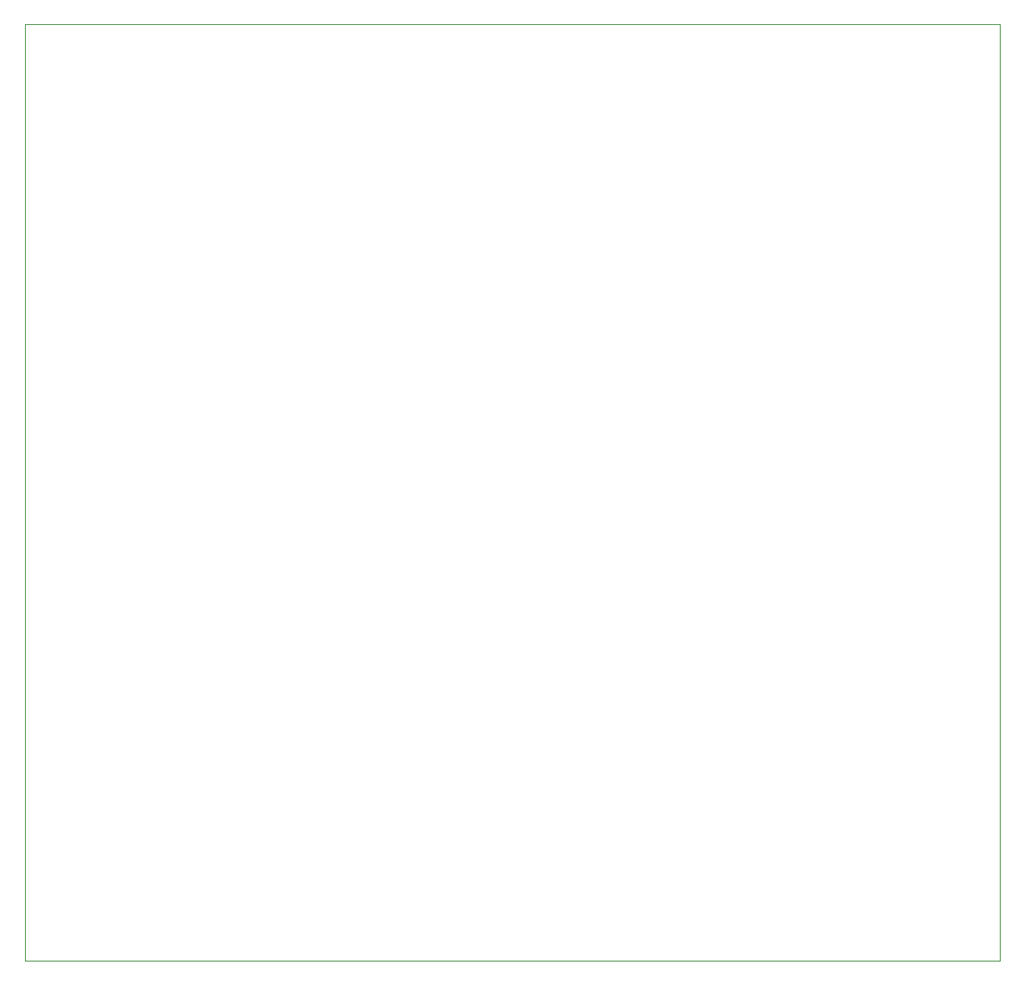
<source format=gm1>
%TF.GenerationSoftware,KiCad,Pcbnew,9.0.2*%
%TF.CreationDate,2025-06-21T00:54:49+02:00*%
%TF.ProjectId,schaltung_labor_netzteil_display,73636861-6c74-4756-9e67-5f6c61626f72,rev?*%
%TF.SameCoordinates,Original*%
%TF.FileFunction,Profile,NP*%
%FSLAX46Y46*%
G04 Gerber Fmt 4.6, Leading zero omitted, Abs format (unit mm)*
G04 Created by KiCad (PCBNEW 9.0.2) date 2025-06-21 00:54:49*
%MOMM*%
%LPD*%
G01*
G04 APERTURE LIST*
%TA.AperFunction,Profile*%
%ADD10C,0.050000*%
%TD*%
G04 APERTURE END LIST*
D10*
X176530000Y-20320000D02*
X275590000Y-20320000D01*
X275590000Y-115570000D01*
X176530000Y-115570000D01*
X176530000Y-20320000D01*
M02*

</source>
